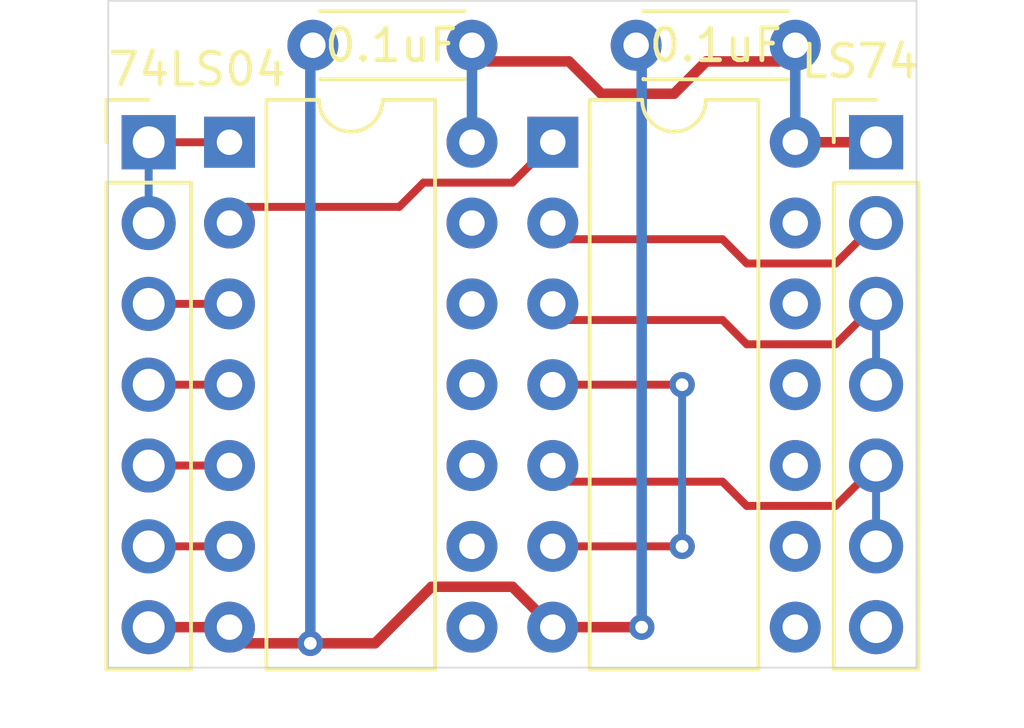
<source format=kicad_pcb>
(kicad_pcb (version 20171130) (host pcbnew "(5.1.8)-1")

  (general
    (thickness 1.6)
    (drawings 4)
    (tracks 58)
    (zones 0)
    (modules 6)
    (nets 14)
  )

  (page A4)
  (layers
    (0 F.Cu signal)
    (31 B.Cu signal)
    (32 B.Adhes user)
    (33 F.Adhes user)
    (34 B.Paste user)
    (35 F.Paste user)
    (36 B.SilkS user)
    (37 F.SilkS user)
    (38 B.Mask user)
    (39 F.Mask user)
    (40 Dwgs.User user)
    (41 Cmts.User user)
    (42 Eco1.User user)
    (43 Eco2.User user)
    (44 Edge.Cuts user)
    (45 Margin user)
    (46 B.CrtYd user)
    (47 F.CrtYd user)
    (48 B.Fab user)
    (49 F.Fab user)
  )

  (setup
    (last_trace_width 0.25)
    (trace_clearance 0.2)
    (zone_clearance 0.508)
    (zone_45_only no)
    (trace_min 0.2)
    (via_size 0.8)
    (via_drill 0.4)
    (via_min_size 0.4)
    (via_min_drill 0.3)
    (uvia_size 0.3)
    (uvia_drill 0.1)
    (uvias_allowed no)
    (uvia_min_size 0.2)
    (uvia_min_drill 0.1)
    (edge_width 0.05)
    (segment_width 0.2)
    (pcb_text_width 0.3)
    (pcb_text_size 1.5 1.5)
    (mod_edge_width 0.12)
    (mod_text_size 1 1)
    (mod_text_width 0.15)
    (pad_size 1.524 1.524)
    (pad_drill 0.762)
    (pad_to_mask_clearance 0)
    (aux_axis_origin 0 0)
    (visible_elements 7FFFFFFF)
    (pcbplotparams
      (layerselection 0x010fc_ffffffff)
      (usegerberextensions false)
      (usegerberattributes true)
      (usegerberadvancedattributes true)
      (creategerberjobfile true)
      (excludeedgelayer true)
      (linewidth 0.100000)
      (plotframeref false)
      (viasonmask false)
      (mode 1)
      (useauxorigin false)
      (hpglpennumber 1)
      (hpglpenspeed 20)
      (hpglpendiameter 15.000000)
      (psnegative false)
      (psa4output false)
      (plotreference true)
      (plotvalue true)
      (plotinvisibletext false)
      (padsonsilk false)
      (subtractmaskfromsilk false)
      (outputformat 1)
      (mirror false)
      (drillshape 0)
      (scaleselection 1)
      (outputdirectory "Gerber/"))
  )

  (net 0 "")
  (net 1 /GND)
  (net 2 /5+)
  (net 3 /CLK)
  (net 4 /CLR)
  (net 5 /ALE_IN)
  (net 6 /NOT_Q)
  (net 7 /READY_OUT)
  (net 8 /D)
  (net 9 /OUT2_04)
  (net 10 /IN2_04)
  (net 11 /OUT1_04)
  (net 12 /IN1_04)
  (net 13 "Net-(J2-Pad7)")

  (net_class Default "This is the default net class."
    (clearance 0.2)
    (trace_width 0.25)
    (via_dia 0.8)
    (via_drill 0.4)
    (uvia_dia 0.3)
    (uvia_drill 0.1)
    (add_net /5+)
    (add_net /ALE_IN)
    (add_net /CLK)
    (add_net /CLR)
    (add_net /D)
    (add_net /GND)
    (add_net /IN1_04)
    (add_net /IN2_04)
    (add_net /NOT_Q)
    (add_net /OUT1_04)
    (add_net /OUT2_04)
    (add_net /READY_OUT)
    (add_net "Net-(J2-Pad7)")
  )

  (module Connector_PinHeader_2.54mm:PinHeader_1x07_P2.54mm_Vertical (layer F.Cu) (tedit 59FED5CC) (tstamp 629A38CE)
    (at 111.76 96.52)
    (descr "Through hole straight pin header, 1x07, 2.54mm pitch, single row")
    (tags "Through hole pin header THT 1x07 2.54mm single row")
    (path /629AA591)
    (fp_text reference J2 (at 0 -2.33) (layer F.SilkS) hide
      (effects (font (size 1 1) (thickness 0.15)))
    )
    (fp_text value Conn_01x07 (at 0 17.57) (layer F.Fab)
      (effects (font (size 1 1) (thickness 0.15)))
    )
    (fp_line (start 1.8 -1.8) (end -1.8 -1.8) (layer F.CrtYd) (width 0.05))
    (fp_line (start 1.8 17.05) (end 1.8 -1.8) (layer F.CrtYd) (width 0.05))
    (fp_line (start -1.8 17.05) (end 1.8 17.05) (layer F.CrtYd) (width 0.05))
    (fp_line (start -1.8 -1.8) (end -1.8 17.05) (layer F.CrtYd) (width 0.05))
    (fp_line (start -1.33 -1.33) (end 0 -1.33) (layer F.SilkS) (width 0.12))
    (fp_line (start -1.33 0) (end -1.33 -1.33) (layer F.SilkS) (width 0.12))
    (fp_line (start -1.33 1.27) (end 1.33 1.27) (layer F.SilkS) (width 0.12))
    (fp_line (start 1.33 1.27) (end 1.33 16.57) (layer F.SilkS) (width 0.12))
    (fp_line (start -1.33 1.27) (end -1.33 16.57) (layer F.SilkS) (width 0.12))
    (fp_line (start -1.33 16.57) (end 1.33 16.57) (layer F.SilkS) (width 0.12))
    (fp_line (start -1.27 -0.635) (end -0.635 -1.27) (layer F.Fab) (width 0.1))
    (fp_line (start -1.27 16.51) (end -1.27 -0.635) (layer F.Fab) (width 0.1))
    (fp_line (start 1.27 16.51) (end -1.27 16.51) (layer F.Fab) (width 0.1))
    (fp_line (start 1.27 -1.27) (end 1.27 16.51) (layer F.Fab) (width 0.1))
    (fp_line (start -0.635 -1.27) (end 1.27 -1.27) (layer F.Fab) (width 0.1))
    (fp_text user %R (at 0 7.62 90) (layer F.Fab) hide
      (effects (font (size 1 1) (thickness 0.15)))
    )
    (pad 7 thru_hole oval (at 0 15.24) (size 1.7 1.7) (drill 1) (layers *.Cu *.Mask)
      (net 13 "Net-(J2-Pad7)"))
    (pad 6 thru_hole oval (at 0 12.7) (size 1.7 1.7) (drill 1) (layers *.Cu *.Mask)
      (net 7 /READY_OUT))
    (pad 5 thru_hole oval (at 0 10.16) (size 1.7 1.7) (drill 1) (layers *.Cu *.Mask)
      (net 7 /READY_OUT))
    (pad 4 thru_hole oval (at 0 7.62) (size 1.7 1.7) (drill 1) (layers *.Cu *.Mask)
      (net 3 /CLK))
    (pad 3 thru_hole oval (at 0 5.08) (size 1.7 1.7) (drill 1) (layers *.Cu *.Mask)
      (net 3 /CLK))
    (pad 2 thru_hole oval (at 0 2.54) (size 1.7 1.7) (drill 1) (layers *.Cu *.Mask)
      (net 8 /D))
    (pad 1 thru_hole rect (at 0 0) (size 1.7 1.7) (drill 1) (layers *.Cu *.Mask)
      (net 2 /5+))
    (model ${KISYS3DMOD}/Connector_PinHeader_2.54mm.3dshapes/PinHeader_1x07_P2.54mm_Vertical.wrl
      (at (xyz 0 0 0))
      (scale (xyz 1 1 1))
      (rotate (xyz 0 0 0))
    )
  )

  (module Connector_PinHeader_2.54mm:PinHeader_1x07_P2.54mm_Vertical (layer F.Cu) (tedit 59FED5CC) (tstamp 629A38B3)
    (at 88.9 96.52)
    (descr "Through hole straight pin header, 1x07, 2.54mm pitch, single row")
    (tags "Through hole pin header THT 1x07 2.54mm single row")
    (path /629A9FC7)
    (fp_text reference J1 (at 0 -2.33) (layer F.SilkS) hide
      (effects (font (size 1 1) (thickness 0.15)))
    )
    (fp_text value Conn_01x07 (at 0 17.57) (layer F.Fab)
      (effects (font (size 1 1) (thickness 0.15)))
    )
    (fp_line (start 1.8 -1.8) (end -1.8 -1.8) (layer F.CrtYd) (width 0.05))
    (fp_line (start 1.8 17.05) (end 1.8 -1.8) (layer F.CrtYd) (width 0.05))
    (fp_line (start -1.8 17.05) (end 1.8 17.05) (layer F.CrtYd) (width 0.05))
    (fp_line (start -1.8 -1.8) (end -1.8 17.05) (layer F.CrtYd) (width 0.05))
    (fp_line (start -1.33 -1.33) (end 0 -1.33) (layer F.SilkS) (width 0.12))
    (fp_line (start -1.33 0) (end -1.33 -1.33) (layer F.SilkS) (width 0.12))
    (fp_line (start -1.33 1.27) (end 1.33 1.27) (layer F.SilkS) (width 0.12))
    (fp_line (start 1.33 1.27) (end 1.33 16.57) (layer F.SilkS) (width 0.12))
    (fp_line (start -1.33 1.27) (end -1.33 16.57) (layer F.SilkS) (width 0.12))
    (fp_line (start -1.33 16.57) (end 1.33 16.57) (layer F.SilkS) (width 0.12))
    (fp_line (start -1.27 -0.635) (end -0.635 -1.27) (layer F.Fab) (width 0.1))
    (fp_line (start -1.27 16.51) (end -1.27 -0.635) (layer F.Fab) (width 0.1))
    (fp_line (start 1.27 16.51) (end -1.27 16.51) (layer F.Fab) (width 0.1))
    (fp_line (start 1.27 -1.27) (end 1.27 16.51) (layer F.Fab) (width 0.1))
    (fp_line (start -0.635 -1.27) (end 1.27 -1.27) (layer F.Fab) (width 0.1))
    (fp_text user %R (at 0 7.62 90) (layer F.Fab)
      (effects (font (size 1 1) (thickness 0.15)))
    )
    (pad 7 thru_hole oval (at 0 15.24) (size 1.7 1.7) (drill 1) (layers *.Cu *.Mask)
      (net 1 /GND))
    (pad 6 thru_hole oval (at 0 12.7) (size 1.7 1.7) (drill 1) (layers *.Cu *.Mask)
      (net 9 /OUT2_04))
    (pad 5 thru_hole oval (at 0 10.16) (size 1.7 1.7) (drill 1) (layers *.Cu *.Mask)
      (net 10 /IN2_04))
    (pad 4 thru_hole oval (at 0 7.62) (size 1.7 1.7) (drill 1) (layers *.Cu *.Mask)
      (net 11 /OUT1_04))
    (pad 3 thru_hole oval (at 0 5.08) (size 1.7 1.7) (drill 1) (layers *.Cu *.Mask)
      (net 12 /IN1_04))
    (pad 2 thru_hole oval (at 0 2.54) (size 1.7 1.7) (drill 1) (layers *.Cu *.Mask)
      (net 5 /ALE_IN))
    (pad 1 thru_hole rect (at 0 0) (size 1.7 1.7) (drill 1) (layers *.Cu *.Mask)
      (net 5 /ALE_IN))
    (model ${KISYS3DMOD}/Connector_PinHeader_2.54mm.3dshapes/PinHeader_1x07_P2.54mm_Vertical.wrl
      (at (xyz 0 0 0))
      (scale (xyz 1 1 1))
      (rotate (xyz 0 0 0))
    )
  )

  (module Package_DIP:DIP-14_W7.62mm (layer F.Cu) (tedit 5A02E8C5) (tstamp 629A34F3)
    (at 101.6 96.52)
    (descr "14-lead though-hole mounted DIP package, row spacing 7.62 mm (300 mils)")
    (tags "THT DIP DIL PDIP 2.54mm 7.62mm 300mil")
    (path /629A3219)
    (fp_text reference U2 (at 3.81 -2.33) (layer F.SilkS) hide
      (effects (font (size 1 1) (thickness 0.15)))
    )
    (fp_text value LS74 (at 9.652 -2.54) (layer F.SilkS)
      (effects (font (size 1 1) (thickness 0.15)))
    )
    (fp_line (start 8.7 -1.55) (end -1.1 -1.55) (layer F.CrtYd) (width 0.05))
    (fp_line (start 8.7 16.8) (end 8.7 -1.55) (layer F.CrtYd) (width 0.05))
    (fp_line (start -1.1 16.8) (end 8.7 16.8) (layer F.CrtYd) (width 0.05))
    (fp_line (start -1.1 -1.55) (end -1.1 16.8) (layer F.CrtYd) (width 0.05))
    (fp_line (start 6.46 -1.33) (end 4.81 -1.33) (layer F.SilkS) (width 0.12))
    (fp_line (start 6.46 16.57) (end 6.46 -1.33) (layer F.SilkS) (width 0.12))
    (fp_line (start 1.16 16.57) (end 6.46 16.57) (layer F.SilkS) (width 0.12))
    (fp_line (start 1.16 -1.33) (end 1.16 16.57) (layer F.SilkS) (width 0.12))
    (fp_line (start 2.81 -1.33) (end 1.16 -1.33) (layer F.SilkS) (width 0.12))
    (fp_line (start 0.635 -0.27) (end 1.635 -1.27) (layer F.Fab) (width 0.1))
    (fp_line (start 0.635 16.51) (end 0.635 -0.27) (layer F.Fab) (width 0.1))
    (fp_line (start 6.985 16.51) (end 0.635 16.51) (layer F.Fab) (width 0.1))
    (fp_line (start 6.985 -1.27) (end 6.985 16.51) (layer F.Fab) (width 0.1))
    (fp_line (start 1.635 -1.27) (end 6.985 -1.27) (layer F.Fab) (width 0.1))
    (fp_text user %R (at 3.81 7.62) (layer F.Fab) hide
      (effects (font (size 1 1) (thickness 0.15)))
    )
    (fp_arc (start 3.81 -1.33) (end 2.81 -1.33) (angle -180) (layer F.SilkS) (width 0.12))
    (pad 14 thru_hole oval (at 7.62 0) (size 1.6 1.6) (drill 0.8) (layers *.Cu *.Mask)
      (net 2 /5+))
    (pad 7 thru_hole oval (at 0 15.24) (size 1.6 1.6) (drill 0.8) (layers *.Cu *.Mask)
      (net 1 /GND))
    (pad 13 thru_hole oval (at 7.62 2.54) (size 1.6 1.6) (drill 0.8) (layers *.Cu *.Mask))
    (pad 6 thru_hole oval (at 0 12.7) (size 1.6 1.6) (drill 0.8) (layers *.Cu *.Mask)
      (net 6 /NOT_Q))
    (pad 12 thru_hole oval (at 7.62 5.08) (size 1.6 1.6) (drill 0.8) (layers *.Cu *.Mask))
    (pad 5 thru_hole oval (at 0 10.16) (size 1.6 1.6) (drill 0.8) (layers *.Cu *.Mask)
      (net 7 /READY_OUT))
    (pad 11 thru_hole oval (at 7.62 7.62) (size 1.6 1.6) (drill 0.8) (layers *.Cu *.Mask))
    (pad 4 thru_hole oval (at 0 7.62) (size 1.6 1.6) (drill 0.8) (layers *.Cu *.Mask)
      (net 6 /NOT_Q))
    (pad 10 thru_hole oval (at 7.62 10.16) (size 1.6 1.6) (drill 0.8) (layers *.Cu *.Mask))
    (pad 3 thru_hole oval (at 0 5.08) (size 1.6 1.6) (drill 0.8) (layers *.Cu *.Mask)
      (net 3 /CLK))
    (pad 9 thru_hole oval (at 7.62 12.7) (size 1.6 1.6) (drill 0.8) (layers *.Cu *.Mask))
    (pad 2 thru_hole oval (at 0 2.54) (size 1.6 1.6) (drill 0.8) (layers *.Cu *.Mask)
      (net 8 /D))
    (pad 8 thru_hole oval (at 7.62 15.24) (size 1.6 1.6) (drill 0.8) (layers *.Cu *.Mask))
    (pad 1 thru_hole rect (at 0 0) (size 1.6 1.6) (drill 0.8) (layers *.Cu *.Mask)
      (net 4 /CLR))
    (model ${KISYS3DMOD}/Package_DIP.3dshapes/DIP-14_W7.62mm.wrl
      (at (xyz 0 0 0))
      (scale (xyz 1 1 1))
      (rotate (xyz 0 0 0))
    )
  )

  (module Package_DIP:DIP-14_W7.62mm (layer F.Cu) (tedit 5A02E8C5) (tstamp 629A336B)
    (at 91.44 96.52)
    (descr "14-lead though-hole mounted DIP package, row spacing 7.62 mm (300 mils)")
    (tags "THT DIP DIL PDIP 2.54mm 7.62mm 300mil")
    (path /629A53CA)
    (fp_text reference U1 (at 3.81 -2.33) (layer F.SilkS) hide
      (effects (font (size 1 1) (thickness 0.15)))
    )
    (fp_text value 74LS04 (at -1.016 -2.286) (layer F.SilkS)
      (effects (font (size 1 1) (thickness 0.15)))
    )
    (fp_line (start 8.7 -1.55) (end -1.1 -1.55) (layer F.CrtYd) (width 0.05))
    (fp_line (start 8.7 16.8) (end 8.7 -1.55) (layer F.CrtYd) (width 0.05))
    (fp_line (start -1.1 16.8) (end 8.7 16.8) (layer F.CrtYd) (width 0.05))
    (fp_line (start -1.1 -1.55) (end -1.1 16.8) (layer F.CrtYd) (width 0.05))
    (fp_line (start 6.46 -1.33) (end 4.81 -1.33) (layer F.SilkS) (width 0.12))
    (fp_line (start 6.46 16.57) (end 6.46 -1.33) (layer F.SilkS) (width 0.12))
    (fp_line (start 1.16 16.57) (end 6.46 16.57) (layer F.SilkS) (width 0.12))
    (fp_line (start 1.16 -1.33) (end 1.16 16.57) (layer F.SilkS) (width 0.12))
    (fp_line (start 2.81 -1.33) (end 1.16 -1.33) (layer F.SilkS) (width 0.12))
    (fp_line (start 0.635 -0.27) (end 1.635 -1.27) (layer F.Fab) (width 0.1))
    (fp_line (start 0.635 16.51) (end 0.635 -0.27) (layer F.Fab) (width 0.1))
    (fp_line (start 6.985 16.51) (end 0.635 16.51) (layer F.Fab) (width 0.1))
    (fp_line (start 6.985 -1.27) (end 6.985 16.51) (layer F.Fab) (width 0.1))
    (fp_line (start 1.635 -1.27) (end 6.985 -1.27) (layer F.Fab) (width 0.1))
    (fp_text user %R (at 3.81 7.62) (layer F.Fab) hide
      (effects (font (size 1 1) (thickness 0.15)))
    )
    (fp_arc (start 3.81 -1.33) (end 2.81 -1.33) (angle -180) (layer F.SilkS) (width 0.12))
    (pad 14 thru_hole oval (at 7.62 0) (size 1.6 1.6) (drill 0.8) (layers *.Cu *.Mask)
      (net 2 /5+))
    (pad 7 thru_hole oval (at 0 15.24) (size 1.6 1.6) (drill 0.8) (layers *.Cu *.Mask)
      (net 1 /GND))
    (pad 13 thru_hole oval (at 7.62 2.54) (size 1.6 1.6) (drill 0.8) (layers *.Cu *.Mask))
    (pad 6 thru_hole oval (at 0 12.7) (size 1.6 1.6) (drill 0.8) (layers *.Cu *.Mask)
      (net 9 /OUT2_04))
    (pad 12 thru_hole oval (at 7.62 5.08) (size 1.6 1.6) (drill 0.8) (layers *.Cu *.Mask))
    (pad 5 thru_hole oval (at 0 10.16) (size 1.6 1.6) (drill 0.8) (layers *.Cu *.Mask)
      (net 10 /IN2_04))
    (pad 11 thru_hole oval (at 7.62 7.62) (size 1.6 1.6) (drill 0.8) (layers *.Cu *.Mask))
    (pad 4 thru_hole oval (at 0 7.62) (size 1.6 1.6) (drill 0.8) (layers *.Cu *.Mask)
      (net 11 /OUT1_04))
    (pad 10 thru_hole oval (at 7.62 10.16) (size 1.6 1.6) (drill 0.8) (layers *.Cu *.Mask))
    (pad 3 thru_hole oval (at 0 5.08) (size 1.6 1.6) (drill 0.8) (layers *.Cu *.Mask)
      (net 12 /IN1_04))
    (pad 9 thru_hole oval (at 7.62 12.7) (size 1.6 1.6) (drill 0.8) (layers *.Cu *.Mask))
    (pad 2 thru_hole oval (at 0 2.54) (size 1.6 1.6) (drill 0.8) (layers *.Cu *.Mask)
      (net 4 /CLR))
    (pad 8 thru_hole oval (at 7.62 15.24) (size 1.6 1.6) (drill 0.8) (layers *.Cu *.Mask))
    (pad 1 thru_hole rect (at 0 0) (size 1.6 1.6) (drill 0.8) (layers *.Cu *.Mask)
      (net 5 /ALE_IN))
    (model ${KISYS3DMOD}/Package_DIP.3dshapes/DIP-14_W7.62mm.wrl
      (at (xyz 0 0 0))
      (scale (xyz 1 1 1))
      (rotate (xyz 0 0 0))
    )
  )

  (module Capacitor_THT:C_Disc_D4.3mm_W1.9mm_P5.00mm (layer F.Cu) (tedit 5AE50EF0) (tstamp 629A3260)
    (at 109.22 93.472 180)
    (descr "C, Disc series, Radial, pin pitch=5.00mm, , diameter*width=4.3*1.9mm^2, Capacitor, http://www.vishay.com/docs/45233/krseries.pdf")
    (tags "C Disc series Radial pin pitch 5.00mm  diameter 4.3mm width 1.9mm Capacitor")
    (path /629A88CB)
    (fp_text reference C2 (at 2.5 -2.2) (layer F.SilkS) hide
      (effects (font (size 1 1) (thickness 0.15)))
    )
    (fp_text value 0.1uF (at 2.5 0) (layer F.SilkS)
      (effects (font (size 1 1) (thickness 0.15)))
    )
    (fp_line (start 6.05 -1.2) (end -1.05 -1.2) (layer F.CrtYd) (width 0.05))
    (fp_line (start 6.05 1.2) (end 6.05 -1.2) (layer F.CrtYd) (width 0.05))
    (fp_line (start -1.05 1.2) (end 6.05 1.2) (layer F.CrtYd) (width 0.05))
    (fp_line (start -1.05 -1.2) (end -1.05 1.2) (layer F.CrtYd) (width 0.05))
    (fp_line (start 4.77 1.055) (end 4.77 1.07) (layer F.SilkS) (width 0.12))
    (fp_line (start 4.77 -1.07) (end 4.77 -1.055) (layer F.SilkS) (width 0.12))
    (fp_line (start 0.23 1.055) (end 0.23 1.07) (layer F.SilkS) (width 0.12))
    (fp_line (start 0.23 -1.07) (end 0.23 -1.055) (layer F.SilkS) (width 0.12))
    (fp_line (start 0.23 1.07) (end 4.77 1.07) (layer F.SilkS) (width 0.12))
    (fp_line (start 0.23 -1.07) (end 4.77 -1.07) (layer F.SilkS) (width 0.12))
    (fp_line (start 4.65 -0.95) (end 0.35 -0.95) (layer F.Fab) (width 0.1))
    (fp_line (start 4.65 0.95) (end 4.65 -0.95) (layer F.Fab) (width 0.1))
    (fp_line (start 0.35 0.95) (end 4.65 0.95) (layer F.Fab) (width 0.1))
    (fp_line (start 0.35 -0.95) (end 0.35 0.95) (layer F.Fab) (width 0.1))
    (fp_text user %R (at 2.5 0) (layer F.Fab) hide
      (effects (font (size 0.86 0.86) (thickness 0.129)))
    )
    (pad 2 thru_hole circle (at 5 0 180) (size 1.6 1.6) (drill 0.8) (layers *.Cu *.Mask)
      (net 1 /GND))
    (pad 1 thru_hole circle (at 0 0 180) (size 1.6 1.6) (drill 0.8) (layers *.Cu *.Mask)
      (net 2 /5+))
    (model ${KISYS3DMOD}/Capacitor_THT.3dshapes/C_Disc_D4.3mm_W1.9mm_P5.00mm.wrl
      (at (xyz 0 0 0))
      (scale (xyz 1 1 1))
      (rotate (xyz 0 0 0))
    )
  )

  (module Capacitor_THT:C_Disc_D4.3mm_W1.9mm_P5.00mm (layer F.Cu) (tedit 5AE50EF0) (tstamp 629A324B)
    (at 99.06 93.472 180)
    (descr "C, Disc series, Radial, pin pitch=5.00mm, , diameter*width=4.3*1.9mm^2, Capacitor, http://www.vishay.com/docs/45233/krseries.pdf")
    (tags "C Disc series Radial pin pitch 5.00mm  diameter 4.3mm width 1.9mm Capacitor")
    (path /629A813C)
    (fp_text reference C1 (at 2.5 -2.2) (layer F.SilkS) hide
      (effects (font (size 1 1) (thickness 0.15)))
    )
    (fp_text value 0.1uF (at 2.54 0) (layer F.SilkS)
      (effects (font (size 1 1) (thickness 0.15)))
    )
    (fp_line (start 6.05 -1.2) (end -1.05 -1.2) (layer F.CrtYd) (width 0.05))
    (fp_line (start 6.05 1.2) (end 6.05 -1.2) (layer F.CrtYd) (width 0.05))
    (fp_line (start -1.05 1.2) (end 6.05 1.2) (layer F.CrtYd) (width 0.05))
    (fp_line (start -1.05 -1.2) (end -1.05 1.2) (layer F.CrtYd) (width 0.05))
    (fp_line (start 4.77 1.055) (end 4.77 1.07) (layer F.SilkS) (width 0.12))
    (fp_line (start 4.77 -1.07) (end 4.77 -1.055) (layer F.SilkS) (width 0.12))
    (fp_line (start 0.23 1.055) (end 0.23 1.07) (layer F.SilkS) (width 0.12))
    (fp_line (start 0.23 -1.07) (end 0.23 -1.055) (layer F.SilkS) (width 0.12))
    (fp_line (start 0.23 1.07) (end 4.77 1.07) (layer F.SilkS) (width 0.12))
    (fp_line (start 0.23 -1.07) (end 4.77 -1.07) (layer F.SilkS) (width 0.12))
    (fp_line (start 4.65 -0.95) (end 0.35 -0.95) (layer F.Fab) (width 0.1))
    (fp_line (start 4.65 0.95) (end 4.65 -0.95) (layer F.Fab) (width 0.1))
    (fp_line (start 0.35 0.95) (end 4.65 0.95) (layer F.Fab) (width 0.1))
    (fp_line (start 0.35 -0.95) (end 0.35 0.95) (layer F.Fab) (width 0.1))
    (fp_text user %R (at 2.5 0) (layer F.Fab) hide
      (effects (font (size 0.86 0.86) (thickness 0.129)))
    )
    (pad 2 thru_hole circle (at 5 0 180) (size 1.6 1.6) (drill 0.8) (layers *.Cu *.Mask)
      (net 1 /GND))
    (pad 1 thru_hole circle (at 0 0 180) (size 1.6 1.6) (drill 0.8) (layers *.Cu *.Mask)
      (net 2 /5+))
    (model ${KISYS3DMOD}/Capacitor_THT.3dshapes/C_Disc_D4.3mm_W1.9mm_P5.00mm.wrl
      (at (xyz 0 0 0))
      (scale (xyz 1 1 1))
      (rotate (xyz 0 0 0))
    )
  )

  (gr_line (start 87.63 92.075) (end 87.63 113.03) (layer Edge.Cuts) (width 0.05) (tstamp 629A4BC7))
  (gr_line (start 113.03 113.03) (end 113.03 92.075) (layer Edge.Cuts) (width 0.05) (tstamp 629A4BC6))
  (gr_line (start 113.03 92.075) (end 87.63 92.075) (layer Edge.Cuts) (width 0.05))
  (gr_line (start 87.63 113.03) (end 113.03 113.03) (layer Edge.Cuts) (width 0.05))

  (segment (start 88.9 111.76) (end 91.44 111.76) (width 0.3302) (layer F.Cu) (net 1) (status 30))
  (segment (start 94.06 93.472) (end 94.06 93.646) (width 0.3302) (layer B.Cu) (net 1) (status 30))
  (segment (start 94.06 93.646) (end 93.98 93.726) (width 0.3302) (layer B.Cu) (net 1) (status 30))
  (segment (start 93.98 93.726) (end 93.98 112.268) (width 0.3302) (layer B.Cu) (net 1) (status 10))
  (via (at 93.98 112.268) (size 0.8) (drill 0.4) (layers F.Cu B.Cu) (net 1))
  (segment (start 104.394 94.074) (end 104.394 111.76) (width 0.3302) (layer B.Cu) (net 1) (status 10))
  (segment (start 104.22 93.9) (end 104.394 94.074) (width 0.3302) (layer B.Cu) (net 1) (status 30))
  (segment (start 104.22 93.472) (end 104.22 93.9) (width 0.3302) (layer B.Cu) (net 1) (status 30))
  (via (at 104.394 111.76) (size 0.8) (drill 0.4) (layers F.Cu B.Cu) (net 1))
  (segment (start 104.394 111.76) (end 101.6 111.76) (width 0.3302) (layer F.Cu) (net 1) (status 20))
  (segment (start 100.33 110.49) (end 101.6 111.76) (width 0.3302) (layer F.Cu) (net 1))
  (segment (start 96.012 112.268) (end 97.79 110.49) (width 0.3302) (layer F.Cu) (net 1))
  (segment (start 91.948 112.268) (end 96.012 112.268) (width 0.3302) (layer F.Cu) (net 1))
  (segment (start 91.44 111.76) (end 91.948 112.268) (width 0.3302) (layer F.Cu) (net 1))
  (segment (start 100.33 110.49) (end 97.79 110.49) (width 0.3302) (layer F.Cu) (net 1))
  (segment (start 111.76 96.52) (end 109.22 96.52) (width 0.3302) (layer F.Cu) (net 2) (status 30))
  (segment (start 109.22 93.472) (end 109.22 96.52) (width 0.3302) (layer B.Cu) (net 2) (status 30))
  (segment (start 99.06 93.472) (end 99.06 96.52) (width 0.3302) (layer B.Cu) (net 2) (status 30))
  (segment (start 108.712 93.98) (end 109.22 93.472) (width 0.3302) (layer F.Cu) (net 2))
  (segment (start 105.41 94.996) (end 106.426 93.98) (width 0.3302) (layer F.Cu) (net 2))
  (segment (start 103.124 94.996) (end 105.41 94.996) (width 0.3302) (layer F.Cu) (net 2))
  (segment (start 102.108 93.98) (end 103.124 94.996) (width 0.3302) (layer F.Cu) (net 2))
  (segment (start 99.568 93.98) (end 102.108 93.98) (width 0.3302) (layer F.Cu) (net 2))
  (segment (start 106.426 93.98) (end 108.712 93.98) (width 0.3302) (layer F.Cu) (net 2))
  (segment (start 99.06 93.472) (end 99.568 93.98) (width 0.3302) (layer F.Cu) (net 2))
  (segment (start 111.76 101.6) (end 111.76 104.14) (width 0.25) (layer B.Cu) (net 3))
  (segment (start 110.49 102.87) (end 111.76 101.6) (width 0.25) (layer F.Cu) (net 3))
  (segment (start 107.696 102.87) (end 110.49 102.87) (width 0.25) (layer F.Cu) (net 3))
  (segment (start 106.934 102.108) (end 107.696 102.87) (width 0.25) (layer F.Cu) (net 3))
  (segment (start 102.108 102.108) (end 106.934 102.108) (width 0.25) (layer F.Cu) (net 3))
  (segment (start 101.6 101.6) (end 102.108 102.108) (width 0.25) (layer F.Cu) (net 3))
  (segment (start 91.948 98.552) (end 91.44 99.06) (width 0.25) (layer F.Cu) (net 4))
  (segment (start 96.774 98.552) (end 91.948 98.552) (width 0.25) (layer F.Cu) (net 4))
  (segment (start 97.536 97.79) (end 96.774 98.552) (width 0.25) (layer F.Cu) (net 4))
  (segment (start 100.33 97.79) (end 97.536 97.79) (width 0.25) (layer F.Cu) (net 4))
  (segment (start 101.6 96.52) (end 100.33 97.79) (width 0.25) (layer F.Cu) (net 4))
  (segment (start 88.9 96.52) (end 91.44 96.52) (width 0.25) (layer F.Cu) (net 5) (status 30))
  (segment (start 88.9 96.52) (end 88.9 99.06) (width 0.25) (layer B.Cu) (net 5) (status 30))
  (segment (start 101.6 104.14) (end 105.664 104.14) (width 0.25) (layer F.Cu) (net 6) (status 10))
  (via (at 105.664 104.14) (size 0.8) (drill 0.4) (layers F.Cu B.Cu) (net 6))
  (segment (start 105.664 104.14) (end 105.664 109.22) (width 0.25) (layer B.Cu) (net 6))
  (via (at 105.664 109.22) (size 0.8) (drill 0.4) (layers F.Cu B.Cu) (net 6))
  (segment (start 105.664 109.22) (end 101.6 109.22) (width 0.25) (layer F.Cu) (net 6) (status 20))
  (segment (start 111.76 106.68) (end 111.76 109.22) (width 0.25) (layer B.Cu) (net 7))
  (segment (start 110.49 107.95) (end 111.76 106.68) (width 0.25) (layer F.Cu) (net 7))
  (segment (start 107.696 107.95) (end 110.49 107.95) (width 0.25) (layer F.Cu) (net 7))
  (segment (start 102.108 107.188) (end 106.934 107.188) (width 0.25) (layer F.Cu) (net 7))
  (segment (start 106.934 107.188) (end 107.696 107.95) (width 0.25) (layer F.Cu) (net 7))
  (segment (start 101.6 106.68) (end 102.108 107.188) (width 0.25) (layer F.Cu) (net 7))
  (segment (start 110.49 100.33) (end 111.76 99.06) (width 0.25) (layer F.Cu) (net 8))
  (segment (start 107.696 100.33) (end 110.49 100.33) (width 0.25) (layer F.Cu) (net 8))
  (segment (start 106.934 99.568) (end 107.696 100.33) (width 0.25) (layer F.Cu) (net 8))
  (segment (start 102.108 99.568) (end 106.934 99.568) (width 0.25) (layer F.Cu) (net 8))
  (segment (start 101.6 99.06) (end 102.108 99.568) (width 0.25) (layer F.Cu) (net 8))
  (segment (start 88.9 109.22) (end 91.44 109.22) (width 0.25) (layer F.Cu) (net 9) (status 30))
  (segment (start 88.9 106.68) (end 91.44 106.68) (width 0.25) (layer F.Cu) (net 10) (status 30))
  (segment (start 88.9 104.14) (end 91.44 104.14) (width 0.25) (layer F.Cu) (net 11) (status 30))
  (segment (start 88.9 101.6) (end 91.44 101.6) (width 0.25) (layer F.Cu) (net 12) (status 30))

)

</source>
